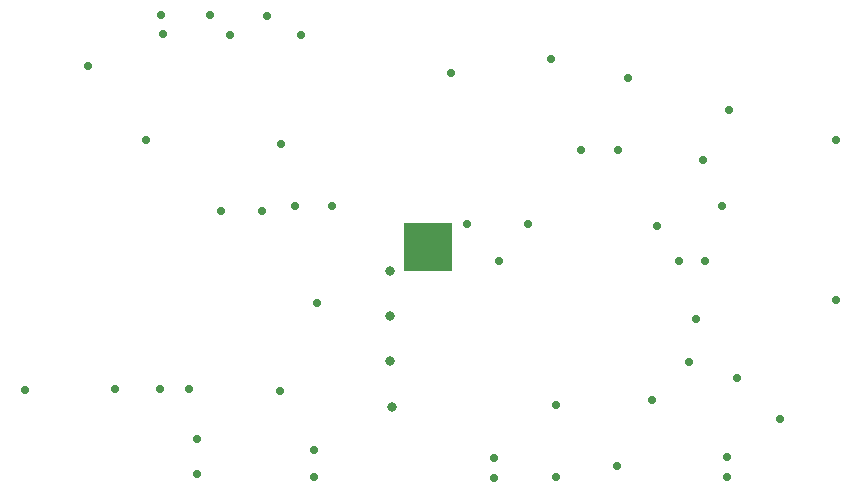
<source format=gbs>
G75*
G70*
%OFA0B0*%
%FSLAX24Y24*%
%IPPOS*%
%LPD*%
%AMOC8*
5,1,8,0,0,1.08239X$1,22.5*
%
%ADD10R,0.1600X0.1600*%
%ADD11C,0.0280*%
%ADD12C,0.0320*%
D10*
X016840Y008630D03*
D11*
X028580Y002880D03*
X003390Y003850D03*
X006390Y003900D03*
X007910Y003900D03*
X011900Y003830D03*
X008870Y003890D03*
X025550Y004790D03*
X025780Y006220D03*
X017600Y014430D03*
X026880Y013180D03*
X027150Y004250D03*
X024290Y003530D03*
X005490Y014650D03*
X011920Y012070D03*
X024460Y009310D03*
X026650Y009990D03*
X007430Y012190D03*
X018150Y009400D03*
X020160Y009390D03*
X023120Y001320D03*
X023500Y014250D03*
X020950Y014890D03*
X026000Y011530D03*
X021940Y011850D03*
X023180Y011850D03*
X013130Y006770D03*
X019190Y008150D03*
X026790Y001630D03*
X026790Y000970D03*
X009920Y009810D03*
X011290Y009810D03*
X013630Y009980D03*
X012390Y009980D03*
X007990Y015720D03*
X012600Y015676D03*
X010250Y015676D03*
X007930Y016340D03*
X009580Y016340D03*
X011480Y016330D03*
X030420Y006850D03*
X009130Y002230D03*
X009140Y001060D03*
X030420Y012180D03*
X021110Y003360D03*
X021110Y000950D03*
X013050Y001870D03*
X013050Y000940D03*
X025200Y008150D03*
X026080Y008150D03*
X019040Y000920D03*
X019040Y001580D03*
D12*
X015580Y007810D03*
X015580Y006310D03*
X015640Y003300D03*
X015580Y004810D03*
M02*

</source>
